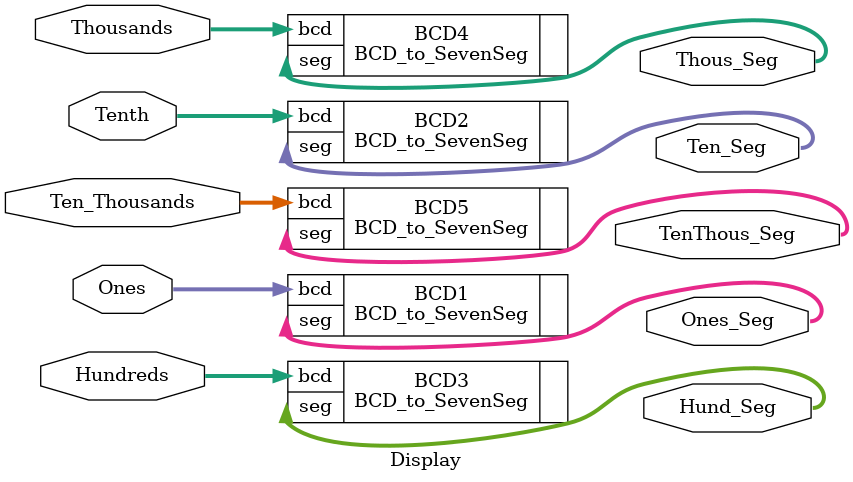
<source format=v>
`timescale 1ns / 1ps


module Display(
input [3:0]Ones,
input [3:0]Tenth,
input [3:0]Hundreds,
input [3:0]Thousands,
input [3:0]Ten_Thousands,

output [6:0]Ones_Seg,
output [6:0]Ten_Seg,
output [6:0]Hund_Seg,
output [6:0]Thous_Seg,
output [6:0]TenThous_Seg);
    
  BCD_to_SevenSeg BCD1 (.bcd(Ones),.seg(Ones_Seg));  
  BCD_to_SevenSeg BCD2 (.bcd(Tenth),.seg(Ten_Seg));
  BCD_to_SevenSeg BCD3 (.bcd(Hundreds),.seg(Hund_Seg));  
  BCD_to_SevenSeg BCD4 (.bcd(Thousands),.seg(Thous_Seg));  
  BCD_to_SevenSeg BCD5 (.bcd(Ten_Thousands),.seg(TenThous_Seg)); 
  
  
   
endmodule

</source>
